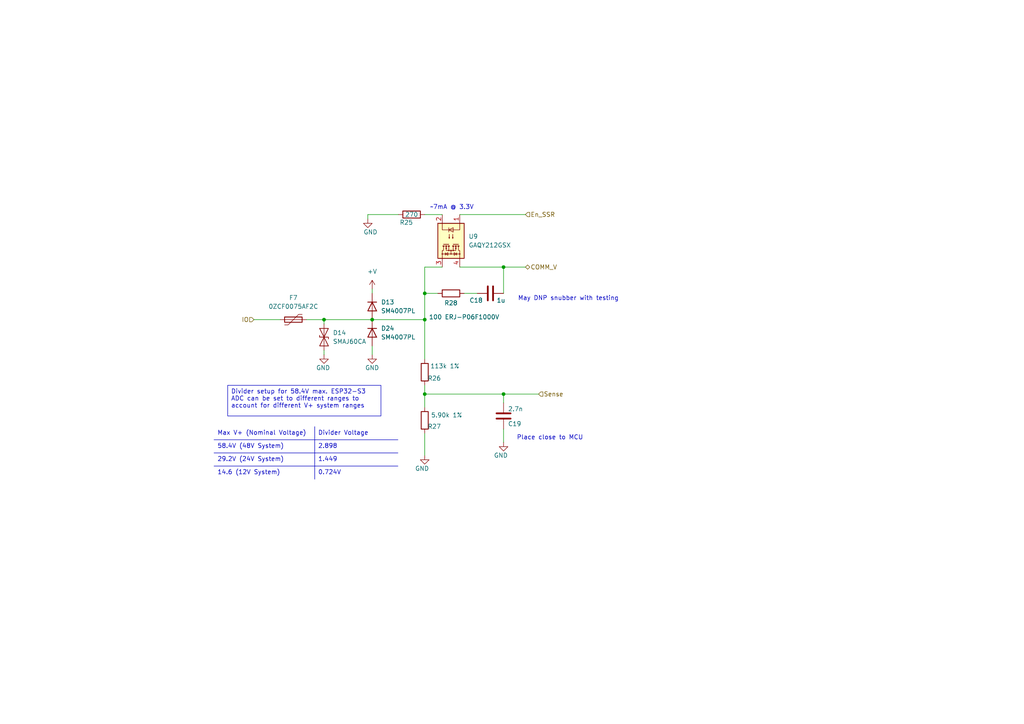
<source format=kicad_sch>
(kicad_sch (version 20250114) (generator "eeschema") (generator_version "9.0")
  (paper "A4")
  (lib_symbols
    (symbol "Device:C" (pin_numbers (hide yes)) (pin_names (offset 0.254))
      (property "Reference" "C" (at 0.635 2.54 0))
      (property "Value" "C" (at 0.635 -2.54 0))
      (symbol "C_0_1"
        (polyline (pts (xy -2.032 0.762) (xy 2.032 0.762)) (stroke (width 0.508)))
        (polyline (pts (xy -2.032 -0.762) (xy 2.032 -0.762)) (stroke (width 0.508)))
      )
      (symbol "C_1_1"
        (pin passive line (at 0 3.81 270) (length 2.794) (name "~") (number "1"))
        (pin passive line (at 0 -3.81 90) (length 2.794) (name "~") (number "2"))
      )
    )
    (symbol "Device:Polyfuse" (pin_numbers (hide yes)) (pin_names (offset 0))
      (property "Reference" "F" (at -2.54 0 90))
      (property "Value" "Polyfuse" (at 2.54 0 90))
      (symbol "Polyfuse_0_1"
        (polyline (pts (xy -1.524 2.54) (xy -1.524 1.524) (xy 1.524 -1.524) (xy 1.524 -2.54)))
        (rectangle (start -0.762 2.54) (end 0.762 -2.54) (stroke (width 0.254)))
        (polyline (pts (xy 0 2.54) (xy 0 -2.54)))
      )
      (symbol "Polyfuse_1_1"
        (pin passive line (at 0 3.81 270) (length 1.27) (name "~") (number "1"))
        (pin passive line (at 0 -3.81 90) (length 1.27) (name "~") (number "2"))
      )
    )
    (symbol "Device:R" (pin_numbers (hide yes)) (pin_names (offset 0))
      (property "Reference" "R" (at 2.032 0 90))
      (property "Value" "R" (at 0 0 90))
      (symbol "R_0_1"
        (rectangle (start -1.016 -2.54) (end 1.016 2.54) (stroke (width 0.254)))
      )
      (symbol "R_1_1"
        (pin passive line (at 0 3.81 270) (length 1.27) (name "~") (number "1"))
        (pin passive line (at 0 -3.81 90) (length 1.27) (name "~") (number "2"))
      )
    )
    (symbol "Diode:SM4002" (pin_numbers (hide yes)) (pin_names (hide yes))
      (property "Reference" "D" (at 0 2.54 0))
      (property "Value" "SM4002" (at 0 -2.54 0))
      (symbol "SM4002_0_1"
        (polyline (pts (xy -1.27 1.27) (xy -1.27 -1.27)) (stroke (width 0.254)))
        (polyline (pts (xy 1.27 1.27) (xy 1.27 -1.27) (xy -1.27 0) (xy 1.27 1.27)) (stroke (width 0.254)))
        (polyline (pts (xy 1.27 0) (xy -1.27 0)))
      )
      (symbol "SM4002_1_1"
        (pin passive line (at -3.81 0 0) (length 2.54) (name "K") (number "1"))
        (pin passive line (at 3.81 0 180) (length 2.54) (name "A") (number "2"))
      )
    )
    (symbol "Diode:SMAJ60CA" (pin_numbers (hide yes)) (pin_names (offset 1.016) (hide yes))
      (property "Reference" "D" (at 0 2.54 0))
      (property "Value" "SMAJ60CA" (at 0 -2.54 0))
      (symbol "SMAJ60CA_0_1"
        (polyline (pts (xy -2.54 -1.27) (xy 0 0) (xy -2.54 1.27) (xy -2.54 -1.27)) (stroke (width 0.2032)))
        (polyline (pts (xy 0.508 1.27) (xy 0 1.27) (xy 0 -1.27) (xy -0.508 -1.27)) (stroke (width 0.2032)))
        (polyline (pts (xy 1.27 0) (xy -1.27 0)))
        (polyline (pts (xy 2.54 1.27) (xy 2.54 -1.27) (xy 0 0) (xy 2.54 1.27)) (stroke (width 0.2032)))
      )
      (symbol "SMAJ60CA_1_1"
        (pin passive line (at -3.81 0 0) (length 2.54) (name "A1") (number "1"))
        (pin passive line (at 3.81 0 180) (length 2.54) (name "A2") (number "2"))
      )
    )
    (symbol "Relay_SolidState:ASSR-1218"
      (property "Reference" "U" (at -5.08 5.08 0))
      (property "Value" "ASSR-1218" (at 0 5.08 0))
      (symbol "ASSR-1218_0_1"
        (rectangle (start -5.08 3.81) (end 5.08 -3.81) (stroke (width 0.254)) (fill (type background)))
        (polyline (pts (xy -5.08 2.54) (xy -3.175 2.54) (xy -3.175 -2.54) (xy -5.08 -2.54)))
        (polyline (pts (xy -3.81 -0.635) (xy -2.54 -0.635)))
        (polyline (pts (xy -3.175 -0.635) (xy -3.81 0.635) (xy -2.54 0.635) (xy -3.175 -0.635)))
        (polyline (pts (xy -1.905 0.508) (xy -0.635 0.508) (xy -1.016 0.381) (xy -1.016 0.635) (xy -0.635 0.508)))
        (polyline (pts (xy -1.905 -0.508) (xy -0.635 -0.508) (xy -1.016 -0.635) (xy -1.016 -0.381) (xy -0.635 -0.508)))
        (polyline (pts (xy 1.016 2.159) (xy 1.016 0.635)) (stroke (width 0.2032)))
        (polyline (pts (xy 1.016 -0.635) (xy 1.016 -2.159)) (stroke (width 0.2032)))
        (polyline (pts (xy 1.524 2.286) (xy 1.524 2.032) (xy 1.524 2.032)) (stroke (width 0.3556)))
        (polyline (pts (xy 1.524 1.524) (xy 1.524 1.27) (xy 1.524 1.27)) (stroke (width 0.3556)))
        (polyline (pts (xy 1.524 0.762) (xy 1.524 0.508) (xy 1.524 0.508)) (stroke (width 0.3556)))
        (polyline (pts (xy 1.524 -0.508) (xy 1.524 -0.762)) (stroke (width 0.3556)))
        (polyline (pts (xy 1.524 -1.27) (xy 1.524 -1.524) (xy 1.524 -1.524)) (stroke (width 0.3556)))
        (polyline (pts (xy 1.524 -2.032) (xy 1.524 -2.286) (xy 1.524 -2.286)) (stroke (width 0.3556)))
        (polyline (pts (xy 1.651 2.159) (xy 2.794 2.159) (xy 2.794 2.54) (xy 5.08 2.54)))
        (polyline (pts (xy 1.651 1.397) (xy 2.794 1.397) (xy 2.794 0.635)))
        (polyline (pts (xy 1.651 -0.635) (xy 2.794 -0.635) (xy 2.794 0.635) (xy 1.651 0.635)))
        (polyline (pts (xy 1.651 -1.397) (xy 2.794 -1.397) (xy 2.794 -0.635)))
        (polyline (pts (xy 1.651 -2.159) (xy 2.794 -2.159) (xy 2.794 -2.54) (xy 5.08 -2.54)))
        (polyline (pts (xy 1.778 1.397) (xy 2.286 1.524) (xy 2.286 1.27) (xy 1.778 1.397)))
        (polyline (pts (xy 1.778 -1.397) (xy 2.286 -1.27) (xy 2.286 -1.524) (xy 1.778 -1.397)))
        (circle (center 2.794 0.635) (radius 0.127))
        (polyline (pts (xy 2.794 0) (xy 3.81 0)))
        (circle (center 2.794 0) (radius 0.127))
        (circle (center 2.794 -0.635) (radius 0.127))
        (polyline (pts (xy 3.429 1.651) (xy 4.191 1.651)))
        (polyline (pts (xy 3.429 -1.651) (xy 4.191 -1.651)))
        (circle (center 3.81 2.54) (radius 0.127))
        (polyline (pts (xy 3.81 1.651) (xy 3.429 0.889) (xy 4.191 0.889) (xy 3.81 1.651)))
        (circle (center 3.81 0) (radius 0.127))
        (polyline (pts (xy 3.81 -1.651) (xy 3.429 -0.889) (xy 4.191 -0.889) (xy 3.81 -1.651)))
        (polyline (pts (xy 3.81 -2.54) (xy 3.81 2.54)))
        (circle (center 3.81 -2.54) (radius 0.127))
      )
      (symbol "ASSR-1218_1_1"
        (pin passive line (at -7.62 2.54 0) (length 2.54) (name "~") (number "1"))
        (pin passive line (at -7.62 -2.54 0) (length 2.54) (name "~") (number "2"))
        (pin passive line (at 7.62 2.54 180) (length 2.54) (name "~") (number "4"))
        (pin passive line (at 7.62 -2.54 180) (length 2.54) (name "~") (number "3"))
      )
    )
    (symbol "power:+12V" (power) (pin_numbers (hide yes)) (pin_names (offset 0) (hide yes))
      (property "Value" "+12V" (at 0 3.556 0))
      (symbol "+12V_0_1"
        (polyline (pts (xy -0.762 1.27) (xy 0 2.54)))
        (polyline (pts (xy 0 2.54) (xy 0.762 1.27)))
        (polyline (pts (xy 0 0) (xy 0 2.54)))
      )
      (symbol "+12V_1_1"
        (pin power_in line (at 0 0 90) (length 0) (name "~") (number "1"))
      )
    )
    (symbol "power:GND" (power) (pin_names (offset 0))
      (property "Value" "GND" (at 0 -3.81 0))
      (symbol "GND_0_1"
        (polyline (pts (xy 0 0) (xy 0 -1.27) (xy 1.27 -1.27) (xy 0 -2.54) (xy -1.27 -1.27) (xy 0 -1.27)))
      )
      (symbol "GND_1_1"
        (pin power_in line (at 0 0 270) (length 0) (hide yes) (name "GND") (number "1"))
      )
    )
  )
  (text "~7mA @ 3.3V" (at 131.064 60.198 0) (effects (font (size 1.27 1.27))))
  (text "Place close to MCU" (at 159.512 127 0) (effects (font (size 1.27 1.27))))
  (text "May DNP snubber with testing" (at 164.846 86.614 0) (effects (font (size 1.27 1.27))))
  (text_box "Divider setup for 58.4V max. ESP32-S3 ADC can be set to different ranges to account for different V+ system ranges" (at 66.04 111.76 0) (size 44.45 8.89) (margins 0.9525 0.9525 0.9525 0.9525) (effects (font (size 1.27 1.27)) (justify left top)))
  (junction (at 123.19 85.09))
  (junction (at 146.05 77.47))
  (junction (at 123.19 92.71))
  (junction (at 123.19 114.3))
  (junction (at 146.05 114.3))
  (junction (at 107.95 92.71))
  (junction (at 93.98 92.71))
  (wire (pts (xy 123.19 92.71) (xy 123.19 85.09)))
  (wire (pts (xy 93.98 93.98) (xy 93.98 92.71)))
  (wire (pts (xy 123.19 77.47) (xy 128.27 77.47)))
  (wire (pts (xy 133.35 62.23) (xy 152.4 62.23)))
  (wire (pts (xy 146.05 128.27) (xy 146.05 124.46)))
  (wire (pts (xy 123.19 62.23) (xy 128.27 62.23)))
  (wire (pts (xy 106.68 62.23) (xy 106.68 63.5)))
  (wire (pts (xy 123.19 85.09) (xy 127 85.09)))
  (wire (pts (xy 133.35 77.47) (xy 146.05 77.47)))
  (wire (pts (xy 93.98 92.71) (xy 88.9 92.71)))
  (wire (pts (xy 134.62 85.09) (xy 138.43 85.09)))
  (wire (pts (xy 123.19 85.09) (xy 123.19 77.47)))
  (wire (pts (xy 123.19 114.3) (xy 146.05 114.3)))
  (wire (pts (xy 107.95 92.71) (xy 123.19 92.71)))
  (wire (pts (xy 123.19 92.71) (xy 123.19 104.14)))
  (wire (pts (xy 81.28 92.71) (xy 73.66 92.71)))
  (wire (pts (xy 115.57 62.23) (xy 106.68 62.23)))
  (wire (pts (xy 107.95 102.87) (xy 107.95 100.33)))
  (wire (pts (xy 146.05 114.3) (xy 156.21 114.3)))
  (wire (pts (xy 146.05 116.84) (xy 146.05 114.3)))
  (wire (pts (xy 123.19 111.76) (xy 123.19 114.3)))
  (wire (pts (xy 146.05 77.47) (xy 152.4 77.47)))
  (wire (pts (xy 123.19 132.08) (xy 123.19 125.73)))
  (wire (pts (xy 107.95 83.82) (xy 107.95 85.09)))
  (wire (pts (xy 146.05 77.47) (xy 146.05 85.09)))
  (wire (pts (xy 93.98 92.71) (xy 107.95 92.71)))
  (wire (pts (xy 93.98 101.6) (xy 93.98 102.87)))
  (wire (pts (xy 123.19 114.3) (xy 123.19 118.11)))
  (table (column_count 2) (border (external no) (header yes) (stroke (width 0.381))) (separators (rows yes) (cols yes)) (column_widths 29.21 24.13) (row_heights 3.81 3.81 3.81 3.81) (cells (table_cell "Max V+ (Nominal Voltage)" (at 62.077 123.7456 0) (size 29.21 3.81) (margins 0.9525 0.9525 0.9525 0.9525) (span 1 1)) (table_cell "Divider Voltage" (at 91.287 123.7456 0) (size 24.13 3.81) (margins 0.9525 0.9525 0.9525 0.9525) (span 1 1)) (table_cell "58.4V (48V System)" (at 62.077 127.5556 0) (size 29.21 3.81) (margins 0.9525 0.9525 0.9525 0.9525) (span 1 1)) (table_cell "2.898" (at 91.287 127.5556 0) (size 24.13 3.81) (margins 0.9525 0.9525 0.9525 0.9525) (span 1 1)) (table_cell "29.2V (24V System)" (at 62.077 131.3656 0) (size 29.21 3.81) (margins 0.9525 0.9525 0.9525 0.9525) (span 1 1)) (table_cell "1.449" (at 91.287 131.3656 0) (size 24.13 3.81) (margins 0.9525 0.9525 0.9525 0.9525) (span 1 1)) (table_cell "14.6 (12V System)" (at 62.077 135.1756 0) (size 29.21 3.81) (margins 0.9525 0.9525 0.9525 0.9525) (span 1 1)) (table_cell "0.724V" (at 91.287 135.1756 0) (size 24.13 3.81) (margins 0.9525 0.9525 0.9525 0.9525) (span 1 1))))
  (hierarchical_label "En_SSR" (shape input) (at 152.4 62.23 0))
  (hierarchical_label "COMM_V" (shape bidirectional) (at 152.4 77.47 0))
  (hierarchical_label "Sense" (shape input) (at 156.21 114.3 0))
  (hierarchical_label "IO" (shape input) (at 73.66 92.71 180))
  (symbol (lib_id "Device:C") (at 146.05 120.65 0) (unit 1)
    (property "Reference" "C14" (at 147.32 122.936 0) (effects (justify left)))
    (property "Value" "2.7n" (at 147.32 118.618 0) (effects (justify left)))
    (property "Footprint" "Capacitor_SMD:C_0603_1608Metric" (effects (hide yes)))
    (instances (project "ags" (path "" (reference "C19") (unit 1)) (path "" (reference "C14") (unit 1)) (path "" (reference "C17") (unit 1)) (path "" (reference "C15") (unit 1)) (path "" (reference "C11") (unit 1)) (path "" (reference "C23") (unit 1)) (path "" (reference "C9") (unit 1)) (path "" (reference "C21") (unit 1))))
  )
  (symbol (lib_id "Diode:SM4002") (at 107.95 88.9 270) (unit 1)
    (property "Reference" "D3" (at 110.49 87.6299 90) (effects (justify left)))
    (property "Value" "SM4007PL" (at 110.49 90.1699 90) (effects (justify left)))
    (property "Footprint" "Diode_SMD:D_SOD-123F" (effects (hide yes)))
    (property "Datasheet" "http://cdn-reichelt.de/documents/datenblatt/A400/SMD1N400%23DIO.pdf" (effects (hide yes)))
    (property "Description" "100V 1A General Purpose Rectifier Diode, MELF" (effects (hide yes)))
    (property "Sim.Device" "D" (effects (hide yes)))
    (property "Sim.Pins" "1=K 2=A" (effects (hide yes)))
    (instances (project "ags" (path "" (reference "D13") (unit 1)) (path "" (reference "D3") (unit 1)) (path "" (reference "D11") (unit 1)) (path "" (reference "D8") (unit 1)) (path "" (reference "D7") (unit 1)) (path "" (reference "D17") (unit 1)) (path "" (reference "D5") (unit 1)) (path "" (reference "D15") (unit 1))))
  )
  (symbol (lib_id "Device:R") (at 130.81 85.09 90) (unit 1)
    (property "Reference" "R20" (at 130.81 87.884 90))
    (property "Value" "100 ERJ-P06F1000V" (at 134.62 91.948 90))
    (property "Footprint" "Resistor_SMD:R_0805_2012Metric" (effects (hide yes)))
    (property "Description" "Resistor" (effects (hide yes)))
    (instances (project "ags" (path "" (reference "R28") (unit 1)) (path "" (reference "R20") (unit 1)) (path "" (reference "R24") (unit 1)) (path "" (reference "R17") (unit 1)) (path "" (reference "R9") (unit 1)) (path "" (reference "R36") (unit 1)) (path "" (reference "R5") (unit 1)) (path "" (reference "R32") (unit 1))))
  )
  (symbol (lib_id "power:GND") (at 146.05 128.27 0) (mirror y) (unit 1)
    (property "Reference" "#PWR030" (effects (hide yes)))
    (property "Value" "GND" (at 147.32 132.08 0) (effects (justify left)))
    (instances (project "ags" (path "" (reference "#PWR042") (unit 1)) (path "" (reference "#PWR030") (unit 1)) (path "" (reference "#PWR036") (unit 1)) (path "" (reference "#PWR031") (unit 1)) (path "" (reference "#PWR019") (unit 1)) (path "" (reference "#PWR052") (unit 1)) (path "" (reference "#PWR014") (unit 1)) (path "" (reference "#PWR047") (unit 1))))
  )
  (symbol (lib_id "Device:Polyfuse") (at 85.09 92.71 90) (unit 1)
    (property "Reference" "F2" (at 85.09 86.36 90))
    (property "Value" "0ZCF0075AF2C" (at 85.09 88.9 90))
    (property "Footprint" "Fuse:Fuse_2920_7451Metric" (effects (hide yes)))
    (property "Description" "Resettable fuse, polymeric positive temperature coefficient" (effects (hide yes)))
    (instances (project "ags" (path "" (reference "F7") (unit 1)) (path "" (reference "F2") (unit 1)) (path "" (reference "F6") (unit 1)) (path "" (reference "F5") (unit 1)) (path "" (reference "F4") (unit 1)) (path "" (reference "F9") (unit 1)) (path "" (reference "F3") (unit 1)) (path "" (reference "F8") (unit 1))))
  )
  (symbol (lib_id "Relay_SolidState:ASSR-1218") (at 130.81 69.85 270) (unit 1)
    (property "Reference" "U6" (at 135.89 68.5799 90) (effects (justify left)))
    (property "Value" "GAQY212GSX" (at 135.89 71.1199 90) (effects (justify left)))
    (property "Footprint" "Package_SO:SO-4_4.4x4.3mm_P2.54mm" (effects (hide yes)))
    (property "Datasheet" "https://docs.broadcom.com/docs/AV02-0173EN" (effects (hide yes)))
    (property "Description" "Form A, Solid State Relay (Photo MOSFET) 60V, 0.2A, 10Ohm, SO-4" (effects (hide yes)))
    (instances (project "ags" (path "" (reference "U9") (unit 1)) (path "" (reference "U6") (unit 1)) (path "" (reference "U7") (unit 1)) (path "" (reference "U3") (unit 1)) (path "" (reference "U2") (unit 1)) (path "" (reference "U11") (unit 1)) (path "" (reference "U1") (unit 1)) (path "" (reference "U10") (unit 1))))
  )
  (symbol (lib_id "Device:C") (at 142.24 85.09 270) (unit 1)
    (property "Reference" "C13" (at 136.144 87.122 90) (effects (justify left)))
    (property "Value" "1u" (at 144.018 87.122 90) (effects (justify left)))
    (property "Footprint" "Capacitor_SMD:C_0603_1608Metric" (effects (hide yes)))
    (instances (project "ags" (path "" (reference "C18") (unit 1)) (path "" (reference "C13") (unit 1)) (path "" (reference "C16") (unit 1)) (path "" (reference "C12") (unit 1)) (path "" (reference "C10") (unit 1)) (path "" (reference "C22") (unit 1)) (path "" (reference "C5") (unit 1)) (path "" (reference "C20") (unit 1))))
  )
  (symbol (lib_id "Device:R") (at 123.19 107.95 0) (mirror x) (unit 1)
    (property "Reference" "R13" (at 125.984 109.728 0))
    (property "Value" "113k 1%" (at 129.032 106.172 0))
    (property "Footprint" "Resistor_SMD:R_0603_1608Metric" (effects (hide yes)))
    (property "Description" "Resistor" (effects (hide yes)))
    (instances (project "ags" (path "" (reference "R26") (unit 1)) (path "" (reference "R13") (unit 1)) (path "" (reference "R22") (unit 1)) (path "" (reference "R12") (unit 1)) (path "" (reference "R7") (unit 1)) (path "" (reference "R34") (unit 1)) (path "" (reference "R3") (unit 1)) (path "" (reference "R30") (unit 1))))
  )
  (symbol (lib_id "Diode:SM4002") (at 107.95 96.52 270) (unit 1)
    (property "Reference" "D19" (at 110.49 95.2499 90) (effects (justify left)))
    (property "Value" "SM4007PL" (at 110.49 97.7899 90) (effects (justify left)))
    (property "Footprint" "Diode_SMD:D_SOD-123F" (effects (hide yes)))
    (property "Datasheet" "http://cdn-reichelt.de/documents/datenblatt/A400/SMD1N400%23DIO.pdf" (effects (hide yes)))
    (property "Description" "100V 1A General Purpose Rectifier Diode, MELF" (effects (hide yes)))
    (property "Sim.Device" "D" (effects (hide yes)))
    (property "Sim.Pins" "1=K 2=A" (effects (hide yes)))
    (instances (project "ags" (path "" (reference "D24") (unit 1)) (path "" (reference "D19") (unit 1)) (path "" (reference "D23") (unit 1)) (path "" (reference "D22") (unit 1)) (path "" (reference "D21") (unit 1)) (path "" (reference "D26") (unit 1)) (path "" (reference "D20") (unit 1)) (path "" (reference "D25") (unit 1))))
  )
  (symbol (lib_id "power:GND") (at 106.68 63.5 0) (unit 1)
    (property "Reference" "#PWR025" (effects (hide yes)))
    (property "Value" "GND" (at 105.41 67.31 0) (effects (justify left)))
    (instances (project "ags" (path "" (reference "#PWR038") (unit 1)) (path "" (reference "#PWR025") (unit 1)) (path "" (reference "#PWR032") (unit 1)) (path "" (reference "#PWR022") (unit 1)) (path "" (reference "#PWR015") (unit 1)) (path "" (reference "#PWR048") (unit 1)) (path "" (reference "#PWR03") (unit 1)) (path "" (reference "#PWR043") (unit 1))))
  )
  (symbol (lib_id "power:+12V") (at 107.95 83.82 0) (unit 1)
    (property "Reference" "#PWR026" (effects (hide yes)))
    (property "Value" "+V" (at 107.95 78.74 0))
    (property "Description" "Power symbol creates a global label with name \"+12V\"" (effects (hide yes)))
    (instances (project "ags" (path "" (reference "#PWR039") (unit 1)) (path "" (reference "#PWR026") (unit 1)) (path "" (reference "#PWR033") (unit 1)) (path "" (reference "#PWR023") (unit 1)) (path "" (reference "#PWR016") (unit 1)) (path "" (reference "#PWR049") (unit 1)) (path "" (reference "#PWR09") (unit 1)) (path "" (reference "#PWR044") (unit 1))))
  )
  (symbol (lib_id "Diode:SMAJ60CA") (at 93.98 97.79 90) (unit 1)
    (property "Reference" "D2" (at 96.52 96.5199 90) (effects (justify right)))
    (property "Value" "SMAJ60CA" (at 96.52 99.0599 90) (effects (justify right)))
    (property "Footprint" "Diode_SMD:D_SMA" (effects (hide yes)))
    (property "Datasheet" "https://www.littelfuse.com/media?resourcetype=datasheets&itemid=75e32973-b177-4ee3-a0ff-cedaf1abdb93&filename=smaj-datasheet" (effects (hide yes)))
    (property "Description" "400W bidirectional Transient Voltage Suppressor, 60.0Vr, SMA(DO-214AC)" (effects (hide yes)))
    (instances (project "ags" (path "" (reference "D14") (unit 1)) (path "" (reference "D2") (unit 1)) (path "" (reference "D12") (unit 1)) (path "" (reference "D10") (unit 1)) (path "" (reference "D9") (unit 1)) (path "" (reference "D18") (unit 1)) (path "" (reference "D6") (unit 1)) (path "" (reference "D16") (unit 1))))
  )
  (symbol (lib_id "power:GND") (at 93.98 102.87 0) (mirror y) (unit 1)
    (property "Reference" "#PWR027" (effects (hide yes)))
    (property "Value" "GND" (at 95.758 106.68 0) (effects (justify left)))
    (instances (project "ags" (path "" (reference "#PWR040") (unit 1)) (path "" (reference "#PWR027") (unit 1)) (path "" (reference "#PWR034") (unit 1)) (path "" (reference "#PWR024") (unit 1)) (path "" (reference "#PWR017") (unit 1)) (path "" (reference "#PWR050") (unit 1)) (path "" (reference "#PWR010") (unit 1)) (path "" (reference "#PWR045") (unit 1))))
  )
  (symbol (lib_id "Device:R") (at 119.38 62.23 90) (unit 1)
    (property "Reference" "R11" (at 117.856 64.516 90))
    (property "Value" "270" (at 119.38 62.23 90))
    (property "Footprint" "Resistor_SMD:R_0603_1608Metric" (effects (hide yes)))
    (property "Description" "Resistor" (effects (hide yes)))
    (instances (project "ags" (path "" (reference "R25") (unit 1)) (path "" (reference "R11") (unit 1)) (path "" (reference "R21") (unit 1)) (path "" (reference "R10") (unit 1)) (path "" (reference "R6") (unit 1)) (path "" (reference "R33") (unit 1)) (path "" (reference "R2") (unit 1)) (path "" (reference "R29") (unit 1))))
  )
  (symbol (lib_id "Device:R") (at 123.19 121.92 0) (mirror x) (unit 1)
    (property "Reference" "R18" (at 125.984 123.698 0))
    (property "Value" "5.90k 1%" (at 129.54 120.396 0))
    (property "Footprint" "Resistor_SMD:R_0603_1608Metric" (effects (hide yes)))
    (property "Description" "Resistor" (effects (hide yes)))
    (instances (project "ags" (path "" (reference "R27") (unit 1)) (path "" (reference "R18") (unit 1)) (path "" (reference "R23") (unit 1)) (path "" (reference "R16") (unit 1)) (path "" (reference "R8") (unit 1)) (path "" (reference "R35") (unit 1)) (path "" (reference "R4") (unit 1)) (path "" (reference "R31") (unit 1))))
  )
  (symbol (lib_id "power:GND") (at 107.95 102.87 0) (mirror y) (unit 1)
    (property "Reference" "#PWR056" (effects (hide yes)))
    (property "Value" "GND" (at 109.982 106.68 0) (effects (justify left)))
    (instances (project "ags" (path "" (reference "#PWR061") (unit 1)) (path "" (reference "#PWR056") (unit 1)) (path "" (reference "#PWR060") (unit 1)) (path "" (reference "#PWR059") (unit 1)) (path "" (reference "#PWR058") (unit 1)) (path "" (reference "#PWR063") (unit 1)) (path "" (reference "#PWR057") (unit 1)) (path "" (reference "#PWR062") (unit 1))))
  )
  (symbol (lib_id "power:GND") (at 123.19 132.08 0) (mirror y) (unit 1)
    (property "Reference" "#PWR028" (effects (hide yes)))
    (property "Value" "GND" (at 124.46 135.89 0) (effects (justify left)))
    (instances (project "ags" (path "" (reference "#PWR041") (unit 1)) (path "" (reference "#PWR028") (unit 1)) (path "" (reference "#PWR035") (unit 1)) (path "" (reference "#PWR029") (unit 1)) (path "" (reference "#PWR018") (unit 1)) (path "" (reference "#PWR051") (unit 1)) (path "" (reference "#PWR013") (unit 1)) (path "" (reference "#PWR046") (unit 1))))
  )
)
</source>
